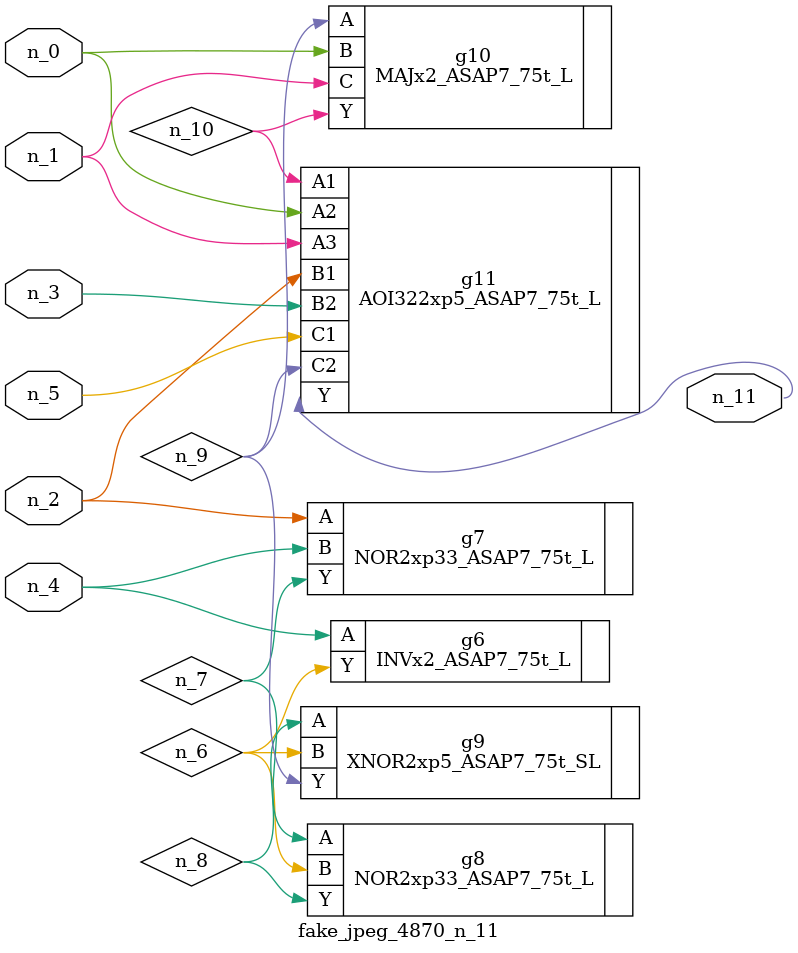
<source format=v>
module fake_jpeg_4870_n_11 (n_3, n_2, n_1, n_0, n_4, n_5, n_11);

input n_3;
input n_2;
input n_1;
input n_0;
input n_4;
input n_5;

output n_11;

wire n_10;
wire n_8;
wire n_9;
wire n_6;
wire n_7;

INVx2_ASAP7_75t_L g6 ( 
.A(n_4),
.Y(n_6)
);

NOR2xp33_ASAP7_75t_L g7 ( 
.A(n_2),
.B(n_4),
.Y(n_7)
);

NOR2xp33_ASAP7_75t_L g8 ( 
.A(n_7),
.B(n_6),
.Y(n_8)
);

XNOR2xp5_ASAP7_75t_SL g9 ( 
.A(n_8),
.B(n_6),
.Y(n_9)
);

MAJx2_ASAP7_75t_L g10 ( 
.A(n_9),
.B(n_0),
.C(n_1),
.Y(n_10)
);

AOI322xp5_ASAP7_75t_L g11 ( 
.A1(n_10),
.A2(n_0),
.A3(n_1),
.B1(n_2),
.B2(n_3),
.C1(n_5),
.C2(n_9),
.Y(n_11)
);


endmodule
</source>
